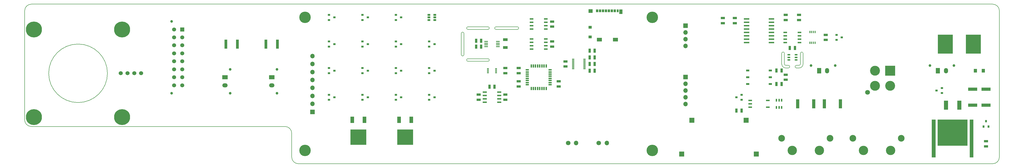
<source format=gbr>
%TF.GenerationSoftware,KiCad,Pcbnew,(5.0.0-rc2-dev-632-g76d3b6f04)*%
%TF.CreationDate,2018-06-22T22:14:38+02:00*%
%TF.ProjectId,MainBoard,4D61696E426F6172642E6B696361645F,rev?*%
%TF.SameCoordinates,Original*%
%TF.FileFunction,Soldermask,Top*%
%TF.FilePolarity,Negative*%
%FSLAX46Y46*%
G04 Gerber Fmt 4.6, Leading zero omitted, Abs format (unit mm)*
G04 Created by KiCad (PCBNEW (5.0.0-rc2-dev-632-g76d3b6f04)) date 06/22/18 22:14:38*
%MOMM*%
%LPD*%
G01*
G04 APERTURE LIST*
%ADD10C,0.200000*%
%ADD11C,0.100000*%
%ADD12C,1.000000*%
%ADD13R,2.000000X1.500000*%
%ADD14O,2.000000X1.500000*%
%ADD15C,3.500000*%
%ADD16C,2.500000*%
%ADD17R,1.600000X3.500000*%
%ADD18R,1.400000X2.400000*%
%ADD19R,5.900000X5.750000*%
%ADD20O,1.700000X1.700000*%
%ADD21C,1.700000*%
%ADD22R,1.700000X1.700000*%
%ADD23C,1.524000*%
%ADD24C,6.000000*%
%ADD25C,4.300000*%
%ADD26R,1.800000X1.070000*%
%ADD27R,1.500000X0.970000*%
%ADD28R,0.970000X1.500000*%
%ADD29R,0.900000X0.800000*%
%ADD30R,1.300000X1.400000*%
%ADD31R,0.800000X0.900000*%
%ADD32R,5.600000X7.230000*%
%ADD33R,1.500000X2.000000*%
%ADD34O,1.500000X2.000000*%
%ADD35R,1.500000X1.500000*%
%ADD36C,1.500000*%
%ADD37R,3.700000X3.700000*%
%ADD38C,3.700000*%
%ADD39C,1.800000*%
%ADD40R,1.900000X1.900000*%
%ADD41R,3.400000X1.170000*%
%ADD42R,1.170000X3.400000*%
%ADD43R,0.900000X0.300000*%
%ADD44R,1.300000X0.750000*%
%ADD45R,1.400000X0.600000*%
%ADD46R,1.200000X0.600000*%
%ADD47R,0.600000X1.200000*%
%ADD48R,0.850000X1.100000*%
%ADD49R,0.750000X1.100000*%
%ADD50R,1.170000X1.800000*%
%ADD51R,1.550000X1.350000*%
%ADD52R,1.900000X1.350000*%
%ADD53R,1.200000X1.000000*%
%ADD54R,1.550000X0.600000*%
%ADD55R,1.450000X0.450000*%
%ADD56R,1.060000X0.650000*%
%ADD57R,0.800000X0.300000*%
%ADD58R,2.000000X0.600000*%
%ADD59R,0.420000X0.900000*%
%ADD60R,1.000000X0.550000*%
%ADD61R,1.450000X0.600000*%
%ADD62R,0.550000X1.000000*%
%ADD63R,1.070000X3.500000*%
G04 APERTURE END LIST*
D10*
X141000000Y-81500000D02*
X148500000Y-81500000D01*
X141000000Y-80500000D02*
X148500000Y-80500000D01*
X148500000Y-80500000D02*
G75*
G02X148500000Y-81500000I0J-500000D01*
G01*
X141000000Y-81500000D02*
G75*
G02X141000000Y-80500000I0J500000D01*
G01*
X139500000Y-71000000D02*
X139500000Y-79000000D01*
X138500000Y-71000000D02*
X138500000Y-79000000D01*
X139500000Y-79000000D02*
G75*
G02X138500000Y-79000000I-500000J0D01*
G01*
X138500000Y-71000000D02*
G75*
G02X139500000Y-71000000I500000J0D01*
G01*
X151500000Y-69500000D02*
X159500000Y-69500000D01*
X151500000Y-68500000D02*
X159500000Y-68500000D01*
X141000000Y-69500000D02*
X148500000Y-69500000D01*
X141000000Y-68500000D02*
X148500000Y-68500000D01*
X151500000Y-69500000D02*
G75*
G02X151500000Y-68500000I0J500000D01*
G01*
X148500000Y-68500000D02*
G75*
G02X148500000Y-69500000I0J-500000D01*
G01*
X159500000Y-68500000D02*
G75*
G02X159500000Y-69500000I0J-500000D01*
G01*
X141000000Y-69500000D02*
G75*
G02X141000000Y-68500000I0J500000D01*
G01*
X264000000Y-84000000D02*
X265000000Y-84000000D01*
X266500000Y-82500000D02*
X266500000Y-78500000D01*
X266500000Y-82500000D02*
G75*
G02X265000000Y-84000000I-1500000J0D01*
G01*
X265500000Y-82500000D02*
G75*
G02X265000000Y-83000000I-500000J0D01*
G01*
X260000000Y-84000000D02*
X261000000Y-84000000D01*
X258500000Y-78500000D02*
X258500000Y-82500000D01*
X260000000Y-84000000D02*
G75*
G02X258500000Y-82500000I0J1500000D01*
G01*
X265000000Y-83000000D02*
X264000000Y-83000000D01*
X265500000Y-78500000D02*
X265500000Y-82500000D01*
X265500000Y-78500000D02*
G75*
G02X266500000Y-78500000I500000J0D01*
G01*
X264000000Y-84000000D02*
G75*
G02X264000000Y-83000000I0J500000D01*
G01*
X260000000Y-83000000D02*
X261000000Y-83000000D01*
X259500000Y-78500000D02*
X259500000Y-82500000D01*
X260000000Y-83000000D02*
G75*
G02X259500000Y-82500000I0J500000D01*
G01*
X261000000Y-83000000D02*
G75*
G02X261000000Y-84000000I0J-500000D01*
G01*
X258500000Y-78500000D02*
G75*
G02X259500000Y-78500000I500000J0D01*
G01*
X72500000Y-106000000D02*
G75*
G02X75000000Y-108500000I0J-2500000D01*
G01*
X75000000Y-108500000D02*
X75000000Y-117500000D01*
X-22500000Y-106000000D02*
X72500000Y-106000000D01*
X6000000Y-86000000D02*
G75*
G03X6000000Y-86000000I-11000000J0D01*
G01*
X-25000000Y-62500000D02*
G75*
G02X-22500000Y-60000000I2500000J0D01*
G01*
X-22500000Y-106000000D02*
G75*
G02X-25000000Y-103500000I0J2500000D01*
G01*
X-25000000Y-62500000D02*
X-25000000Y-103500000D01*
X-22500000Y-60000000D02*
X337500000Y-60000000D01*
X337500000Y-60000000D02*
G75*
G02X340000000Y-62500000I0J-2500000D01*
G01*
X340000000Y-117500000D02*
G75*
G02X337500000Y-120000000I-2500000J0D01*
G01*
X77500000Y-120000000D02*
G75*
G02X75000000Y-117500000I0J2500000D01*
G01*
X337500000Y-120000000D02*
X77500000Y-120000000D01*
X340000000Y-62500000D02*
X340000000Y-117500000D01*
D11*
G36*
X314700000Y-103405000D02*
X316100000Y-103405000D01*
X316100000Y-117605000D01*
X314700000Y-117605000D01*
X314700000Y-103405000D01*
G37*
G36*
X330300000Y-103405000D02*
X328900000Y-103405000D01*
X328900000Y-117605000D01*
X330300000Y-117605000D01*
X330300000Y-103405000D01*
G37*
G36*
X328100000Y-103405000D02*
X316900000Y-103405000D01*
X316900000Y-113205000D01*
X328100000Y-113205000D01*
X328100000Y-103405000D01*
G37*
D12*
X69460000Y-84500000D03*
X69460000Y-93500000D03*
D13*
X67500000Y-87500000D03*
D14*
X67500000Y-90500000D03*
D15*
X289075000Y-115000000D03*
X299275000Y-115000000D03*
D16*
X303225000Y-110400000D03*
X285125000Y-110400000D03*
D15*
X262400000Y-115000000D03*
X272600000Y-115000000D03*
D16*
X276550000Y-110400000D03*
X258450000Y-110400000D03*
D17*
X319980000Y-98005000D03*
X325020000Y-98005000D03*
D18*
X119785000Y-103500000D03*
X115215000Y-103500000D03*
D19*
X117500000Y-110000000D03*
D20*
X181500000Y-112181000D03*
D21*
X178500000Y-112181000D03*
D20*
X193000000Y-112181000D03*
D21*
X190000000Y-112181000D03*
D22*
X82821000Y-100500000D03*
D20*
X82821000Y-97500000D03*
X82821000Y-94500000D03*
X82821000Y-91500000D03*
X82821000Y-88500000D03*
X82821000Y-85500000D03*
X82821000Y-82500000D03*
X82821000Y-79500000D03*
D23*
X18620000Y-86000000D03*
X16080000Y-86000000D03*
X13540000Y-86000000D03*
X11000000Y-86000000D03*
D24*
X-21500000Y-69500000D03*
X-21500000Y-102500000D03*
X11500000Y-102500000D03*
X11500000Y-69500000D03*
D25*
X80000000Y-65000000D03*
X80000000Y-115000000D03*
X210000000Y-65000000D03*
X210000000Y-115000000D03*
D26*
X155000000Y-76350000D03*
X155000000Y-73340000D03*
D27*
X175000000Y-89045000D03*
X175000000Y-90955000D03*
D28*
X149045000Y-91000000D03*
X150955000Y-91000000D03*
D27*
X172500000Y-66545000D03*
X172500000Y-68455000D03*
X160000000Y-84045000D03*
X160000000Y-85955000D03*
X177500000Y-81545000D03*
X177500000Y-83455000D03*
X172500000Y-74045000D03*
X172500000Y-75955000D03*
X160000000Y-90955000D03*
X160000000Y-89045000D03*
X155000000Y-85955000D03*
X155000000Y-84045000D03*
D28*
X145955000Y-75955000D03*
X144045000Y-75955000D03*
X188455000Y-85000000D03*
X186545000Y-85000000D03*
D27*
X240905000Y-65235000D03*
X240905000Y-67145000D03*
X236460000Y-65235000D03*
X236460000Y-67145000D03*
X155000000Y-94045000D03*
X155000000Y-95955000D03*
D28*
X144045000Y-73750000D03*
X145955000Y-73750000D03*
D27*
X260000000Y-64045000D03*
X260000000Y-65955000D03*
X265000000Y-65955000D03*
X265000000Y-64045000D03*
D28*
X263455000Y-76500000D03*
X261545000Y-76500000D03*
D27*
X275000000Y-71545000D03*
X275000000Y-73455000D03*
D19*
X100000000Y-110000000D03*
D18*
X97715000Y-103500000D03*
X102285000Y-103500000D03*
D29*
X126500000Y-84050000D03*
X126500000Y-85950000D03*
X128500000Y-85000000D03*
D30*
X331050000Y-85000000D03*
X333950000Y-85000000D03*
D31*
X335000000Y-104000000D03*
X335950000Y-106000000D03*
X334050000Y-106000000D03*
D32*
X319750000Y-75000000D03*
X330250000Y-75000000D03*
D12*
X269500000Y-83040000D03*
X278500000Y-83040000D03*
D33*
X272500000Y-85000000D03*
D34*
X275500000Y-85000000D03*
D22*
X222500000Y-87420000D03*
D20*
X222500000Y-89960000D03*
X222500000Y-92500000D03*
X222500000Y-95040000D03*
X222500000Y-97580000D03*
D12*
X30060000Y-66500000D03*
X30060000Y-93500000D03*
D35*
X34000000Y-69500000D03*
D36*
X34000000Y-72500000D03*
X34000000Y-75500000D03*
X34000000Y-78500000D03*
X34000000Y-81500000D03*
X34000000Y-84500000D03*
X34000000Y-87500000D03*
X34000000Y-90500000D03*
X31000000Y-69500000D03*
X31000000Y-72500000D03*
X31000000Y-75500000D03*
X31000000Y-78500000D03*
X31000000Y-81500000D03*
X31000000Y-84500000D03*
X31000000Y-87500000D03*
X31000000Y-90500000D03*
D14*
X50000000Y-90500000D03*
D13*
X50000000Y-87500000D03*
D12*
X51960000Y-93500000D03*
X51960000Y-84500000D03*
D34*
X320000000Y-85000000D03*
D33*
X317000000Y-85000000D03*
D12*
X323000000Y-83040000D03*
X314000000Y-83040000D03*
D37*
X299100000Y-85000000D03*
D38*
X299100000Y-90700000D03*
X293400000Y-85000000D03*
X293400000Y-90700000D03*
D39*
X290630000Y-93180000D03*
D40*
X224850000Y-103650000D03*
X245150000Y-103650000D03*
X221030000Y-116350000D03*
X248970000Y-116350000D03*
D29*
X128500000Y-75000000D03*
X126500000Y-75950000D03*
X126500000Y-74050000D03*
X116000000Y-65000000D03*
X114000000Y-65950000D03*
X114000000Y-64050000D03*
X101500000Y-64050000D03*
X101500000Y-65950000D03*
X103500000Y-65000000D03*
X91000000Y-65000000D03*
X89000000Y-65950000D03*
X89000000Y-64050000D03*
X116000000Y-75000000D03*
X114000000Y-75950000D03*
X114000000Y-74050000D03*
X103500000Y-75000000D03*
X101500000Y-75950000D03*
X101500000Y-74050000D03*
X89000000Y-94050000D03*
X89000000Y-95950000D03*
X91000000Y-95000000D03*
X91000000Y-85000000D03*
X89000000Y-85950000D03*
X89000000Y-84050000D03*
X114000000Y-84050000D03*
X114000000Y-85950000D03*
X116000000Y-85000000D03*
X101500000Y-94050000D03*
X101500000Y-95950000D03*
X103500000Y-95000000D03*
X89000000Y-74050000D03*
X89000000Y-75950000D03*
X91000000Y-75000000D03*
X114000000Y-94050000D03*
X114000000Y-95950000D03*
X116000000Y-95000000D03*
X103500000Y-85000000D03*
X101500000Y-85950000D03*
X101500000Y-84050000D03*
X126500000Y-94050000D03*
X126500000Y-95950000D03*
X128500000Y-95000000D03*
X241500000Y-95000000D03*
X243500000Y-94050000D03*
X243500000Y-95950000D03*
D28*
X186545000Y-80000000D03*
X188455000Y-80000000D03*
X188455000Y-82500000D03*
X186545000Y-82500000D03*
X256545000Y-84960000D03*
X258455000Y-84960000D03*
D27*
X260000000Y-86545000D03*
X260000000Y-88455000D03*
D28*
X258455000Y-90040000D03*
X256545000Y-90040000D03*
D27*
X145000000Y-95955000D03*
X145000000Y-94045000D03*
D41*
X335000000Y-91995000D03*
X335000000Y-98005000D03*
X330000000Y-98005000D03*
X330000000Y-91995000D03*
D27*
X335000000Y-113455000D03*
X335000000Y-111545000D03*
D42*
X280505000Y-97500000D03*
X274495000Y-97500000D03*
X264495000Y-97500000D03*
X270505000Y-97500000D03*
D28*
X241545000Y-100000000D03*
X243455000Y-100000000D03*
D43*
X184600000Y-80750000D03*
X180400000Y-80750000D03*
X184600000Y-81250000D03*
X180400000Y-81250000D03*
X184600000Y-81750000D03*
X180400000Y-81750000D03*
X184600000Y-82250000D03*
X180400000Y-82250000D03*
X184600000Y-82750000D03*
X180400000Y-82750000D03*
X184600000Y-83250000D03*
X180400000Y-83250000D03*
X184600000Y-83750000D03*
X180400000Y-83750000D03*
X184600000Y-84250000D03*
X180400000Y-84250000D03*
D44*
X245800000Y-90040000D03*
X254200000Y-90040000D03*
X245800000Y-87500000D03*
X254200000Y-87500000D03*
X245800000Y-84960000D03*
X254200000Y-84960000D03*
D45*
X170150000Y-65595000D03*
X164850000Y-65595000D03*
X170150000Y-66865000D03*
X164850000Y-66865000D03*
X170150000Y-68135000D03*
X164850000Y-68135000D03*
X170150000Y-69405000D03*
X164850000Y-69405000D03*
X164850000Y-76905000D03*
X170150000Y-76905000D03*
X164850000Y-75635000D03*
X170150000Y-75635000D03*
X164850000Y-74365000D03*
X170150000Y-74365000D03*
X164850000Y-73095000D03*
X170150000Y-73095000D03*
D46*
X163250000Y-84700000D03*
X163250000Y-85500000D03*
X163250000Y-86300000D03*
X163250000Y-87100000D03*
X163250000Y-87900000D03*
X163250000Y-88700000D03*
X163250000Y-89500000D03*
X163250000Y-90300000D03*
D47*
X164700000Y-91750000D03*
X165500000Y-91750000D03*
X166300000Y-91750000D03*
X167100000Y-91750000D03*
X167900000Y-91750000D03*
X168700000Y-91750000D03*
X169500000Y-91750000D03*
X170300000Y-91750000D03*
D46*
X171750000Y-90300000D03*
X171750000Y-89500000D03*
X171750000Y-88700000D03*
X171750000Y-87900000D03*
X171750000Y-87100000D03*
X171750000Y-86300000D03*
X171750000Y-85500000D03*
X171750000Y-84700000D03*
D47*
X170300000Y-83250000D03*
X169500000Y-83250000D03*
X168700000Y-83250000D03*
X167900000Y-83250000D03*
X167100000Y-83250000D03*
X166300000Y-83250000D03*
X165500000Y-83250000D03*
X164700000Y-83250000D03*
D48*
X189395000Y-62500000D03*
X190495000Y-62500000D03*
X191595000Y-62500000D03*
X192695000Y-62500000D03*
X193795000Y-62500000D03*
X194895000Y-62500000D03*
X195995000Y-62500000D03*
D49*
X197045000Y-62500000D03*
D50*
X198255000Y-62850000D03*
D51*
X186935000Y-62625000D03*
D52*
X190260000Y-73325000D03*
X196250000Y-73325000D03*
D53*
X186760000Y-68650000D03*
X186760000Y-72350000D03*
D54*
X152700000Y-96905000D03*
X152700000Y-95635000D03*
X152700000Y-94365000D03*
X152700000Y-93095000D03*
X147300000Y-93095000D03*
X147300000Y-94365000D03*
X147300000Y-95635000D03*
X147300000Y-96905000D03*
D55*
X152200000Y-74025000D03*
X147800000Y-74025000D03*
X152200000Y-74675000D03*
X147800000Y-74675000D03*
X152200000Y-75325000D03*
X147800000Y-75325000D03*
X152200000Y-75975000D03*
X147800000Y-75975000D03*
D56*
X126400000Y-64050000D03*
X126400000Y-65000000D03*
X126400000Y-65950000D03*
X128600000Y-65950000D03*
X128600000Y-64050000D03*
X128600000Y-65000000D03*
D57*
X148450000Y-84250000D03*
X148450000Y-84750000D03*
X148450000Y-85250000D03*
X148450000Y-85750000D03*
X151550000Y-85750000D03*
X151550000Y-85250000D03*
X151550000Y-84750000D03*
X151550000Y-84250000D03*
D58*
X254650000Y-65555000D03*
X245350000Y-65555000D03*
X254650000Y-66825000D03*
X245350000Y-66825000D03*
X254650000Y-68095000D03*
X245350000Y-68095000D03*
X254650000Y-69365000D03*
X245350000Y-69365000D03*
X254650000Y-70635000D03*
X245350000Y-70635000D03*
X254650000Y-71905000D03*
X245350000Y-71905000D03*
X254650000Y-73175000D03*
X245350000Y-73175000D03*
X254650000Y-74445000D03*
X245350000Y-74445000D03*
D45*
X259850000Y-74405000D03*
X265150000Y-74405000D03*
X259850000Y-73135000D03*
X265150000Y-73135000D03*
X259850000Y-71865000D03*
X265150000Y-71865000D03*
X259850000Y-70595000D03*
X265150000Y-70595000D03*
D59*
X270975000Y-74549999D03*
X270975000Y-70450001D03*
X270325000Y-74549999D03*
X270325000Y-70450001D03*
X269675000Y-74549999D03*
X269675000Y-70450001D03*
X269025000Y-74549999D03*
X269025000Y-70450001D03*
D60*
X263850000Y-79050000D03*
X261150000Y-79050000D03*
X263850000Y-80000000D03*
X261150000Y-80000000D03*
X263850000Y-80950000D03*
X261150000Y-80950000D03*
D29*
X279000000Y-71550000D03*
X279000000Y-73450000D03*
X281000000Y-72500000D03*
D61*
X246675000Y-98770000D03*
X253325000Y-98770000D03*
X246675000Y-97500000D03*
X246675000Y-96230000D03*
X253325000Y-96230000D03*
D62*
X256550000Y-96150000D03*
X256550000Y-98850000D03*
X257500000Y-96150000D03*
X257500000Y-98850000D03*
X258450000Y-96150000D03*
X258450000Y-98850000D03*
D28*
X186545000Y-77500000D03*
X188455000Y-77500000D03*
D29*
X318500000Y-93450000D03*
X318500000Y-91550000D03*
X316500000Y-92500000D03*
D20*
X222500000Y-75715000D03*
X222500000Y-73175000D03*
X222500000Y-70635000D03*
D22*
X222500000Y-68095000D03*
D63*
X69675000Y-75000000D03*
X65325000Y-75000000D03*
X54675000Y-75000000D03*
X50325000Y-75000000D03*
M02*

</source>
